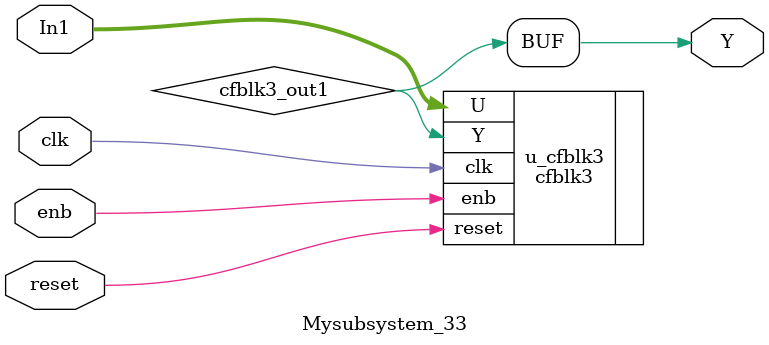
<source format=v>



`timescale 1 ns / 1 ns

module Mysubsystem_33
          (clk,
           reset,
           enb,
           In1,
           Y);


  input   clk;
  input   reset;
  input   enb;
  input   [7:0] In1;  // uint8
  output  Y;


  wire cfblk3_out1;


  cfblk3 u_cfblk3 (.clk(clk),
                   .reset(reset),
                   .enb(enb),
                   .U(In1),  // uint8
                   .Y(cfblk3_out1)
                   );

  assign Y = cfblk3_out1;

endmodule  // Mysubsystem_33


</source>
